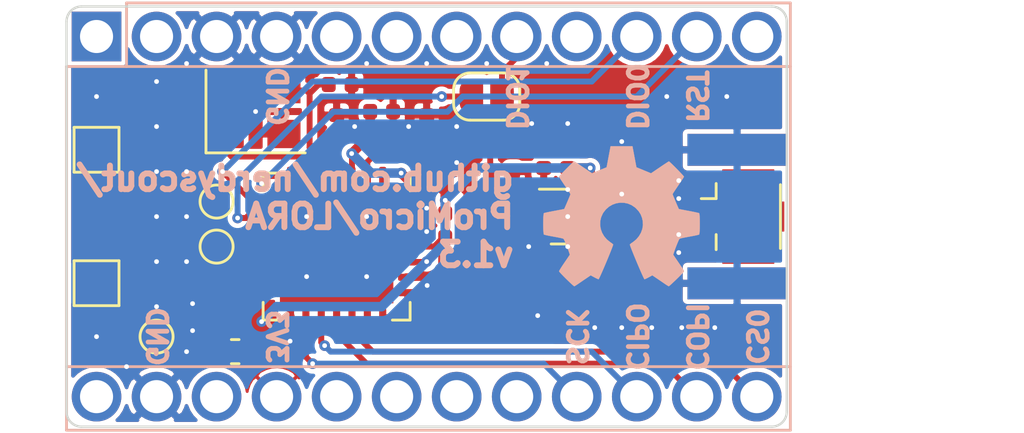
<source format=kicad_pcb>
(kicad_pcb (version 20171130) (host pcbnew 5.1.5)
  (title_block (title LORA) (date 2021-02-26) (rev v1.3) (company nerdyscout))
  (layers (0 F.Cu mixed) (1 In1.Cu signal hide) (2 In2.Cu signal hide) (31 B.Cu mixed) (34 B.Paste user hide) (35 F.Paste user hide) (36 B.SilkS user hide) (37 F.SilkS user hide) (38 B.Mask user hide) (39 F.Mask user hide) (44 Edge.Cuts user))
  (net 0 "")
  (net 1 GND)
  (net 2 "Net-(C1-Pad1)")
  (net 3 RFO_HF)
  (net 4 "Net-(C3-Pad1)")
  (net 5 "Net-(C4-Pad1)")
  (net 6 "Net-(C12-Pad2)")
  (net 7 "Net-(C6-Pad1)")
  (net 8 "Net-(C7-Pad1)")
  (net 9 "Net-(C12-Pad1)")
  (net 10 "Net-(C9-Pad2)")
  (net 11 "Net-(C10-Pad1)")
  (net 12 "Net-(C11-Pad1)")
  (net 13 "Net-(C13-Pad1)")
  (net 14 +3V3)
  (net 15 "Net-(C20-Pad1)")
  (net 16 "Net-(C21-Pad1)")
  (net 17 VR_PA)
  (net 18 RFI-HF)
  (net 19 "Net-(R1-Pad1)")
  (net 20 "Net-(TP2-Pad1)")
  (net 21 "Net-(TP3-Pad1)")
  (net 22 "Net-(TP4-Pad1)")
  (net 23 "Net-(JP1-Pad1)")
  (net 24 CS0)
  (net 25 COPI)
  (net 26 CIPO)
  (net 27 SCK)
  (net 28 DIO1)
  (net 29 DIO0)
  (net 30 RFRST)
  (module Module:Sparkfun_Pro_Micro (layer B.Cu) (at 114.3 91.44 270)
    (fp_text reference A1 hide)
    (fp_text value Sparkfun_Pro_Micro)
    (pad 1 thru_hole rect (at 0 0 270) (size 2.1 2.1) (drill 1.4) (layers *.Cu *.Mask))
    (pad 2 thru_hole circle (at 0 -2.54 270) (size 2.1 2.1) (drill 1.4) (layers *.Cu *.Mask))
    (pad 3 thru_hole circle (at 0 -5.08 270) (size 2.1 2.1) (drill 1.4) (layers *.Cu *.Mask) (net 1 GND))
    (pad 13 thru_hole circle (at 15.24 -27.94 270) (size 2.1 2.1) (drill 1.4) (layers *.Cu *.Mask) (net 24 CS0))
    (pad 4 thru_hole circle (at 0 -7.62 270) (size 2.1 2.1) (drill 1.4) (layers *.Cu *.Mask) (net 1 GND))
    (pad 14 thru_hole circle (at 15.24 -25.4 270) (size 2.1 2.1) (drill 1.4) (layers *.Cu *.Mask) (net 25 COPI))
    (pad 5 thru_hole circle (at 0 -10.16 270) (size 2.1 2.1) (drill 1.4) (layers *.Cu *.Mask))
    (pad 15 thru_hole circle (at 15.24 -22.86 270) (size 2.1 2.1) (drill 1.4) (layers *.Cu *.Mask) (net 26 CIPO))
    (pad 6 thru_hole circle (at 0 -12.7 270) (size 2.1 2.1) (drill 1.4) (layers *.Cu *.Mask))
    (pad 16 thru_hole circle (at 15.24 -20.32 270) (size 2.1 2.1) (drill 1.4) (layers *.Cu *.Mask) (net 27 SCK))
    (pad 7 thru_hole circle (at 0 -15.24 270) (size 2.1 2.1) (drill 1.4) (layers *.Cu *.Mask))
    (pad 17 thru_hole circle (at 15.24 -17.78 270) (size 2.1 2.1) (drill 1.4) (layers *.Cu *.Mask))
    (pad 8 thru_hole circle (at 0 -17.78 270) (size 2.1 2.1) (drill 1.4) (layers *.Cu *.Mask) (net 28 DIO1))
    (pad 18 thru_hole circle (at 15.24 -15.24 270) (size 2.1 2.1) (drill 1.4) (layers *.Cu *.Mask))
    (pad 9 thru_hole circle (at 0 -20.32 270) (size 2.1 2.1) (drill 1.4) (layers *.Cu *.Mask))
    (pad 19 thru_hole circle (at 15.24 -12.7 270) (size 2.1 2.1) (drill 1.4) (layers *.Cu *.Mask))
    (pad 10 thru_hole circle (at 0 -22.86 270) (size 2.1 2.1) (drill 1.4) (layers *.Cu *.Mask) (net 29 DIO0))
    (pad 20 thru_hole circle (at 15.24 -10.16 270) (size 2.1 2.1) (drill 1.4) (layers *.Cu *.Mask))
    (pad 11 thru_hole circle (at 0 -25.4 270) (size 2.1 2.1) (drill 1.4) (layers *.Cu *.Mask) (net 30 RFRST))
    (pad 21 thru_hole circle (at 15.24 -7.62 270) (size 2.1 2.1) (drill 1.4) (layers *.Cu *.Mask) (net 14 +3V3))
    (pad 12 thru_hole circle (at 0 -27.94 270) (size 2.1 2.1) (drill 1.4) (layers *.Cu *.Mask))
    (pad 22 thru_hole circle (at 15.24 -5.08 270) (size 2.1 2.1) (drill 1.4) (layers *.Cu *.Mask))
    (pad 23 thru_hole circle (at 15.24 -2.54 270) (size 2.1 2.1) (drill 1.4) (layers *.Cu *.Mask) (net 1 GND))
    (pad 24 thru_hole circle (at 15.24 0 270) (size 2.1 2.1) (drill 1.4) (layers *.Cu *.Mask))
  )
  (module Symbol:OSHW-Symbol_6.7x6mm_SilkScreen (layer B.Cu) (at 136.525 99.06 180)
    (fp_text reference LOGO1 hide)
    (fp_text value Logo_Open_Hardware_Small hide)
  )
  (module Package_DFN_QFN:QFN-28-1EP_6x6mm_P0.65mm_EP4.8x4.8mm (layer F.Cu) (at 124.46 100.33 270)
    (fp_text reference U1 hide)
    (fp_text value SX1276 hide)
    (pad 29 smd rect (at 0 0 270) (size 4.8 4.8) (layers F.Cu F.Mask) (net 1 GND))
    (pad 28 smd roundrect (at -1.95 -2.9875 270) (size 0.3 0.775) (layers F.Cu F.Paste F.Mask))
    (pad 27 smd roundrect (at -1.3 -2.9875 270) (size 0.3 0.775) (layers F.Cu F.Paste F.Mask))
    (pad 26 smd roundrect (at -0.65 -2.9875 270) (size 0.3 0.775) (layers F.Cu F.Paste F.Mask) (net 1 GND))
    (pad 25 smd roundrect (at 0 -2.9875 270) (size 0.3 0.775) (layers F.Cu F.Paste F.Mask) (net 17 VR_PA))
    (pad 24 smd roundrect (at 0.65 -2.9875 270) (size 0.3 0.775) (layers F.Cu F.Paste F.Mask) (net 14 +3V3))
    (pad 23 smd roundrect (at 1.3 -2.9875 270) (size 0.3 0.775) (layers F.Cu F.Paste F.Mask) (net 1 GND))
    (pad 22 smd roundrect (at 1.95 -2.9875 270) (size 0.3 0.775) (layers F.Cu F.Paste F.Mask) (net 3 RFO_HF))
    (pad 21 smd roundrect (at 2.9875 -1.95 270) (size 0.775 0.3) (layers F.Cu F.Paste F.Mask) (net 18 RFI-HF))
    (pad 20 smd roundrect (at 2.9875 -1.3 270) (size 0.775 0.3) (layers F.Cu F.Paste F.Mask) (net 19 "Net-(R1-Pad1)"))
    (pad 19 smd roundrect (at 2.9875 -0.65 270) (size 0.775 0.3) (layers F.Cu F.Paste F.Mask) (net 24 CS0))
    (pad 18 smd roundrect (at 2.9875 0 270) (size 0.775 0.3) (layers F.Cu F.Paste F.Mask) (net 25 COPI))
    (pad 17 smd roundrect (at 2.9875 0.65 270) (size 0.775 0.3) (layers F.Cu F.Paste F.Mask) (net 26 CIPO))
    (pad 16 smd roundrect (at 2.9875 1.3 270) (size 0.775 0.3) (layers F.Cu F.Paste F.Mask) (net 27 SCK))
    (pad 15 smd roundrect (at 2.9875 1.95 270) (size 0.775 0.3) (layers F.Cu F.Paste F.Mask) (net 1 GND))
    (pad 14 smd roundrect (at 1.95 2.9875 270) (size 0.3 0.775) (layers F.Cu F.Paste F.Mask) (net 14 +3V3))
    (pad 13 smd roundrect (at 1.3 2.9875 270) (size 0.3 0.775) (layers F.Cu F.Paste F.Mask) (net 22 "Net-(TP4-Pad1)"))
    (pad 12 smd roundrect (at 0.65 2.9875 270) (size 0.3 0.775) (layers F.Cu F.Paste F.Mask))
    (pad 11 smd roundrect (at 0 2.9875 270) (size 0.3 0.775) (layers F.Cu F.Paste F.Mask) (net 21 "Net-(TP3-Pad1)"))
    (pad 10 smd roundrect (at -0.65 2.9875 270) (size 0.3 0.775) (layers F.Cu F.Paste F.Mask) (net 20 "Net-(TP2-Pad1)"))
    (pad 9 smd roundrect (at -1.3 2.9875 270) (size 0.3 0.775) (layers F.Cu F.Paste F.Mask) (net 23 "Net-(JP1-Pad1)"))
    (pad 8 smd roundrect (at -1.95 2.9875 270) (size 0.3 0.775) (layers F.Cu F.Paste F.Mask) (net 29 DIO0))
    (pad 7 smd roundrect (at -2.9875 1.95 270) (size 0.775 0.3) (layers F.Cu F.Paste F.Mask) (net 30 RFRST))
    (pad 6 smd roundrect (at -2.9875 1.3 270) (size 0.775 0.3) (layers F.Cu F.Paste F.Mask) (net 2 "Net-(C1-Pad1)"))
    (pad 5 smd roundrect (at -2.9875 0.65 270) (size 0.775 0.3) (layers F.Cu F.Paste F.Mask) (net 5 "Net-(C4-Pad1)"))
    (pad 4 smd roundrect (at -2.9875 0 270) (size 0.775 0.3) (layers F.Cu F.Paste F.Mask) (net 15 "Net-(C20-Pad1)"))
    (pad 3 smd roundrect (at -2.9875 -0.65 270) (size 0.775 0.3) (layers F.Cu F.Paste F.Mask) (net 14 +3V3))
    (pad 2 smd roundrect (at -2.9875 -1.3 270) (size 0.775 0.3) (layers F.Cu F.Paste F.Mask) (net 16 "Net-(C21-Pad1)"))
    (pad 1 smd roundrect (at -2.9875 -1.95 270) (size 0.775 0.3) (layers F.Cu F.Paste F.Mask))
  )
  (module Connector_Coaxial:U.FL_Hirose_U.FL-R-SMT-1_Vertical (layer F.Cu) (at 141.405 99.06)
    (fp_text reference J1 hide)
    (fp_text value SMA hide)
    (pad 2 smd rect (at 0.475 -1.475) (size 2.2 1.05) (layers F.Cu F.Paste F.Mask) (net 1 GND))
    (pad 1 smd rect (at -1.05 0) (size 1.05 1) (layers F.Cu F.Paste F.Mask) (net 12 "Net-(C11-Pad1)"))
    (pad 2 smd rect (at 0.475 1.475) (size 2.2 1.05) (layers F.Cu F.Paste F.Mask) (net 1 GND))
  )
  (module Jumper:SolderJumper-2_P1.3mm_Open_RoundedPad1.0x1.5mm (layer F.Cu) (at 130.81 93.98)
    (fp_text reference JP1 hide)
    (fp_text value SolderJumper_2_Open hide)
    (pad 2 smd custom (at 0.65 0) (size 1 0.5) (layers F.Cu F.Mask) (net 28 DIO1) (options (clearance outline) (anchor rect)) (primitives (gr_circle (center 0 0.25) (end 0.5 0.25) (width 0)) (gr_circle (center 0 -0.25) (end 0.5 -0.25) (width 0)) (gr_poly (pts (xy 0 -0.75) (xy -0.5 -0.75) (xy -0.5 0.75) (xy 0 0.75)) (width 0))))
    (pad 1 smd custom (at -0.65 0) (size 1 0.5) (layers F.Cu F.Mask) (net 23 "Net-(JP1-Pad1)") (options (clearance outline) (anchor rect)) (primitives (gr_circle (center 0 0.25) (end 0.5 0.25) (width 0)) (gr_circle (center 0 -0.25) (end 0.5 -0.25) (width 0)) (gr_poly (pts (xy 0 -0.75) (xy 0.5 -0.75) (xy 0.5 0.75) (xy 0 0.75)) (width 0))))
  )
  (module Capacitor_SMD:C_0402_1005Metric (layer F.Cu) (at 129.54 99.949)
    (fp_text reference C25 hide)
    (fp_text value F hide)
    (pad 2 smd roundrect (at 0.485 0) (size 0.59 0.64) (layers F.Cu F.Paste F.Mask) (net 1 GND))
    (pad 1 smd roundrect (at -0.485 0) (size 0.59 0.64) (layers F.Cu F.Paste F.Mask) (net 17 VR_PA))
  )
  (module Capacitor_SMD:C_0402_1005Metric (layer F.Cu) (at 131.445 103.378)
    (fp_text reference C24 hide)
    (fp_text value DNP hide)
    (pad 2 smd roundrect (at 0.485 0) (size 0.59 0.64) (layers F.Cu F.Paste F.Mask) (net 1 GND))
    (pad 1 smd roundrect (at -0.485 0) (size 0.59 0.64) (layers F.Cu F.Paste F.Mask) (net 18 RFI-HF))
  )
  (module TestPoint:TestPoint_Pad_1.5x1.5mm (layer F.Cu) (at 114.3 101.8794 270)
    (fp_text reference TP6 hide)
    (fp_text value TestPoint hide)
    (pad 1 smd rect (at 0 0 270) (size 1.5 1.5) (layers F.Cu F.Mask) (net 1 GND))
  )
  (module TestPoint:TestPoint_Pad_1.5x1.5mm (layer F.Cu) (at 114.3 96.23298 270)
    (fp_text reference TP5 hide)
    (fp_text value TestPoint hide)
    (pad 1 smd rect (at 0 0 270) (size 1.5 1.5) (layers F.Cu F.Mask) (net 1 GND))
  )
  (module Capacitor_SMD:C_0402_1005Metric (layer F.Cu) (at 134.239 96.52 90)
    (fp_text reference C14 hide)
    (fp_text value 1nF hide)
    (pad 2 smd roundrect (at 0.485 0 90) (size 0.59 0.64) (layers F.Cu F.Paste F.Mask) (net 1 GND))
    (pad 1 smd roundrect (at -0.485 0 90) (size 0.59 0.64) (layers F.Cu F.Paste F.Mask) (net 14 +3V3))
  )
  (module Capacitor_SMD:C_0402_1005Metric (layer F.Cu) (at 136.525 101.75 270)
    (fp_text reference C13 hide)
    (fp_text value 1nF hide)
    (pad 2 smd roundrect (at 0.485 0 270) (size 0.59 0.64) (layers F.Cu F.Paste F.Mask) (net 1 GND))
    (pad 1 smd roundrect (at -0.485 0 270) (size 0.59 0.64) (layers F.Cu F.Paste F.Mask) (net 13 "Net-(C13-Pad1)"))
  )
  (module Capacitor_SMD:C_0402_1005Metric (layer F.Cu) (at 131.445 97.155 180)
    (fp_text reference C12 hide)
    (fp_text value 1.2pF hide)
    (pad 2 smd roundrect (at 0.485 0 180) (size 0.59 0.64) (layers F.Cu F.Paste F.Mask) (net 6 "Net-(C12-Pad2)"))
    (pad 1 smd roundrect (at -0.485 0 180) (size 0.59 0.64) (layers F.Cu F.Paste F.Mask) (net 9 "Net-(C12-Pad1)"))
  )
  (module Capacitor_SMD:C_0402_1005Metric (layer F.Cu) (at 137.795 97.155 90)
    (fp_text reference C11 hide)
    (fp_text value DNP hide)
    (pad 2 smd roundrect (at 0.485 0 90) (size 0.59 0.64) (layers F.Cu F.Paste F.Mask) (net 1 GND))
    (pad 1 smd roundrect (at -0.485 0 90) (size 0.59 0.64) (layers F.Cu F.Paste F.Mask) (net 12 "Net-(C11-Pad1)"))
  )
  (module Capacitor_SMD:C_0402_1005Metric (layer F.Cu) (at 137.795 101.75 270)
    (fp_text reference C10 hide)
    (fp_text value DNP hide)
    (pad 2 smd roundrect (at 0.485 0 270) (size 0.59 0.64) (layers F.Cu F.Paste F.Mask) (net 1 GND))
    (pad 1 smd roundrect (at -0.485 0 270) (size 0.59 0.64) (layers F.Cu F.Paste F.Mask) (net 11 "Net-(C10-Pad1)"))
  )
  (module Capacitor_SMD:C_0402_1005Metric (layer F.Cu) (at 136.525 99.545 90)
    (fp_text reference C9 hide)
    (fp_text value 47p hide)
    (pad 2 smd roundrect (at 0.485 0 90) (size 0.59 0.64) (layers F.Cu F.Paste F.Mask) (net 10 "Net-(C9-Pad2)"))
    (pad 1 smd roundrect (at -0.485 0 90) (size 0.59 0.64) (layers F.Cu F.Paste F.Mask) (net 11 "Net-(C10-Pad1)"))
  )
  (module Capacitor_SMD:C_0402_1005Metric (layer F.Cu) (at 133.223 96.52 90)
    (fp_text reference C8 hide)
    (fp_text value 1.8pF hide)
    (pad 2 smd roundrect (at 0.485 0 90) (size 0.59 0.64) (layers F.Cu F.Paste F.Mask) (net 1 GND))
    (pad 1 smd roundrect (at -0.485 0 90) (size 0.59 0.64) (layers F.Cu F.Paste F.Mask) (net 9 "Net-(C12-Pad1)"))
  )
  (module Capacitor_SMD:C_0402_1005Metric (layer F.Cu) (at 133.223 101.75 270)
    (fp_text reference C7 hide)
    (fp_text value 47pF hide)
    (pad 2 smd roundrect (at 0.485 0 270) (size 0.59 0.64) (layers F.Cu F.Paste F.Mask) (net 7 "Net-(C6-Pad1)"))
    (pad 1 smd roundrect (at -0.485 0 270) (size 0.59 0.64) (layers F.Cu F.Paste F.Mask) (net 8 "Net-(C7-Pad1)"))
  )
  (module Capacitor_SMD:C_0402_1005Metric (layer F.Cu) (at 134.239 101.75 90)
    (fp_text reference C6 hide)
    (fp_text value 3.3pF hide)
    (pad 1 smd roundrect (at -0.485 0 90) (size 0.59 0.64) (layers F.Cu F.Paste F.Mask) (net 7 "Net-(C6-Pad1)"))
    (pad 2 smd roundrect (at 0.485 0 90) (size 0.59 0.64) (layers F.Cu F.Paste F.Mask) (net 1 GND))
  )
  (module Capacitor_SMD:C_0402_1005Metric (layer F.Cu) (at 131.445 95.885)
    (fp_text reference C5 hide)
    (fp_text value 4.7pF hide)
    (pad 2 smd roundrect (at 0.485 0) (size 0.59 0.64) (layers F.Cu F.Paste F.Mask) (net 1 GND))
    (pad 1 smd roundrect (at -0.485 0) (size 0.59 0.64) (layers F.Cu F.Paste F.Mask) (net 6 "Net-(C12-Pad2)"))
  )
  (module Capacitor_SMD:C_0402_1005Metric (layer F.Cu) (at 131.445 100.965 180)
    (fp_text reference C3 hide)
    (fp_text value 33pF hide)
    (pad 2 smd roundrect (at 0.485 0 180) (size 0.59 0.64) (layers F.Cu F.Paste F.Mask) (net 3 RFO_HF))
    (pad 1 smd roundrect (at -0.485 0 180) (size 0.59 0.64) (layers F.Cu F.Paste F.Mask) (net 4 "Net-(C3-Pad1)"))
  )
  (module Capacitor_SMD:C_0402_1005Metric (layer F.Cu) (at 129.54 102.235)
    (fp_text reference C2 hide)
    (fp_text value 1.5pF hide)
    (pad 2 smd roundrect (at 0.485 0) (size 0.59 0.64) (layers F.Cu F.Paste F.Mask) (net 3 RFO_HF))
    (pad 1 smd roundrect (at -0.485 0) (size 0.59 0.64) (layers F.Cu F.Paste F.Mask) (net 1 GND))
  )
  (module Package_TO_SOT_SMD:SOT-363_SC-70-6 (layer F.Cu) (at 134.239 99.06)
    (fp_text reference U2 hide)
    (fp_text value AS179-92LF hide)
    (pad 6 smd rect (at 0.95 -0.65) (size 0.65 0.4) (layers F.Cu F.Paste F.Mask) (net 14 +3V3))
    (pad 4 smd rect (at 0.95 0.65) (size 0.65 0.4) (layers F.Cu F.Paste F.Mask) (net 13 "Net-(C13-Pad1)"))
    (pad 2 smd rect (at -0.95 0) (size 0.65 0.4) (layers F.Cu F.Paste F.Mask) (net 1 GND))
    (pad 5 smd rect (at 0.95 0) (size 0.65 0.4) (layers F.Cu F.Paste F.Mask) (net 10 "Net-(C9-Pad2)"))
    (pad 3 smd rect (at -0.95 0.65) (size 0.65 0.4) (layers F.Cu F.Paste F.Mask) (net 8 "Net-(C7-Pad1)"))
    (pad 1 smd rect (at -0.95 -0.65) (size 0.65 0.4) (layers F.Cu F.Paste F.Mask) (net 9 "Net-(C12-Pad1)"))
  )
  (module Resistor_SMD:R_0402_1005Metric (layer F.Cu) (at 135.255 101.75 90)
    (fp_text reference R1 hide)
    (fp_text value 1k hide)
    (pad 2 smd roundrect (at 0.485 0 90) (size 0.59 0.64) (layers F.Cu F.Paste F.Mask) (net 13 "Net-(C13-Pad1)"))
    (pad 1 smd roundrect (at -0.485 0 90) (size 0.59 0.64) (layers F.Cu F.Paste F.Mask) (net 19 "Net-(R1-Pad1)"))
  )
  (module Inductor_SMD:L_0402_1005Metric (layer F.Cu) (at 137.795 99.545 90)
    (fp_text reference L5 hide)
    (fp_text value 0R hide)
    (pad 2 smd roundrect (at 0.485 0 90) (size 0.59 0.64) (layers F.Cu F.Paste F.Mask) (net 12 "Net-(C11-Pad1)"))
    (pad 1 smd roundrect (at -0.485 0 90) (size 0.59 0.64) (layers F.Cu F.Paste F.Mask) (net 11 "Net-(C10-Pad1)"))
  )
  (module Inductor_SMD:L_0402_1005Metric (layer F.Cu) (at 131.445 98.425)
    (fp_text reference L4 hide)
    (fp_text value 6.2nH hide)
    (pad 2 smd roundrect (at 0.485 0) (size 0.59 0.64) (layers F.Cu F.Paste F.Mask) (net 9 "Net-(C12-Pad1)"))
    (pad 1 smd roundrect (at -0.485 0) (size 0.59 0.64) (layers F.Cu F.Paste F.Mask) (net 6 "Net-(C12-Pad2)"))
  )
  (module Inductor_SMD:L_0402_1005Metric (layer F.Cu) (at 131.445 102.235)
    (fp_text reference L3 hide)
    (fp_text value 10nH hide)
    (pad 2 smd roundrect (at 0.485 0) (size 0.59 0.64) (layers F.Cu F.Paste F.Mask) (net 7 "Net-(C6-Pad1)"))
    (pad 1 smd roundrect (at -0.485 0) (size 0.59 0.64) (layers F.Cu F.Paste F.Mask) (net 18 RFI-HF))
  )
  (module Inductor_SMD:L_0402_1005Metric (layer F.Cu) (at 131.445 99.695 180)
    (fp_text reference L2 hide)
    (fp_text value 10nH hide)
    (pad 2 smd roundrect (at 0.485 0 180) (size 0.59 0.64) (layers F.Cu F.Paste F.Mask) (net 6 "Net-(C12-Pad2)"))
    (pad 1 smd roundrect (at -0.485 0 180) (size 0.59 0.64) (layers F.Cu F.Paste F.Mask) (net 4 "Net-(C3-Pad1)"))
  )
  (module Inductor_SMD:L_0402_1005Metric (layer F.Cu) (at 129.54 100.965 180)
    (fp_text reference L1 hide)
    (fp_text value 33nH hide)
    (pad 2 smd roundrect (at 0.485 0 180) (size 0.59 0.64) (layers F.Cu F.Paste F.Mask) (net 17 VR_PA))
    (pad 1 smd roundrect (at -0.485 0 180) (size 0.59 0.64) (layers F.Cu F.Paste F.Mask) (net 3 RFO_HF))
  )
  (module Connector_Coaxial:SMA_Samtec_SMA-J-P-H-ST-EM1_EdgeMount (layer F.Cu) (at 141.405 99.06)
    (fp_text reference J2 hide)
    (fp_text value COAX hide)
    (pad 1 smd rect (at 0.2 0 90) (size 1.27 3.6) (layers F.Cu F.Paste F.Mask) (net 12 "Net-(C11-Pad1)"))
    (pad 2 smd rect (at 0 -2.825 90) (size 1.35 4.2) (layers F.Cu F.Paste F.Mask) (net 1 GND))
    (pad 2 smd rect (at 0 2.825 90) (size 1.35 4.2) (layers F.Cu F.Paste F.Mask) (net 1 GND))
    (pad 2 smd rect (at 0 -2.825 90) (size 1.35 4.2) (layers B.Cu B.Paste B.Mask) (net 1 GND))
    (pad 2 smd rect (at 0 2.825 90) (size 1.35 4.2) (layers B.Cu B.Paste B.Mask) (net 1 GND))
  )
  (module TestPoint:TestPoint_Pad_D1.0mm (layer F.Cu) (at 116.84 104.14 270)
    (fp_text reference TP4 hide)
    (fp_text value DIO5)
    (pad 1 smd circle (at 0 0 270) (size 1 1) (layers F.Cu F.Mask) (net 22 "Net-(TP4-Pad1)"))
  )
  (module TestPoint:TestPoint_Pad_D1.0mm (layer F.Cu) (at 119.38 100.33 270)
    (fp_text reference TP3 hide)
    (fp_text value DIO3)
    (pad 1 smd circle (at 0 0 270) (size 1 1) (layers F.Cu F.Mask) (net 21 "Net-(TP3-Pad1)"))
  )
  (module TestPoint:TestPoint_Pad_D1.0mm (layer F.Cu) (at 119.38 98.425 270)
    (fp_text reference TP2 hide)
    (fp_text value DIO2)
    (pad 1 smd circle (at 0 0 270) (size 1 1) (layers F.Cu F.Mask) (net 20 "Net-(TP2-Pad1)"))
  )
  (module Capacitor_SMD:C_0603_1608Metric (layer F.Cu) (at 120.1675 104.775 180)
    (fp_text reference C23 hide)
    (fp_text value 10µ hide)
    (pad 2 smd roundrect (at 0.7875 0 180) (size 0.875 0.95) (layers F.Cu F.Paste F.Mask) (net 1 GND))
    (pad 1 smd roundrect (at -0.7875 0 180) (size 0.875 0.95) (layers F.Cu F.Paste F.Mask) (net 14 +3V3))
  )
  (module Crystal:Crystal_SMD_SeikoEpson_FA238V-4Pin_3.2x2.5mm (layer F.Cu) (at 121.031 94.615)
    (fp_text reference Y1 hide)
    (fp_text value 32Mhz hide)
    (pad 4 smd rect (at -1.2 -0.95) (size 1.4 1.2) (layers F.Cu F.Paste F.Mask) (net 1 GND))
    (pad 3 smd rect (at 1.2 -0.95) (size 1.4 1.2) (layers F.Cu F.Paste F.Mask) (net 5 "Net-(C4-Pad1)"))
    (pad 2 smd rect (at 1.2 0.95) (size 1.4 1.2) (layers F.Cu F.Paste F.Mask) (net 1 GND))
    (pad 1 smd rect (at -1.2 0.95) (size 1.4 1.2) (layers F.Cu F.Paste F.Mask) (net 2 "Net-(C1-Pad1)"))
  )
  (module Capacitor_SMD:C_0402_1005Metric (layer F.Cu) (at 119.865 103.505 180)
    (fp_text reference C22 hide)
    (fp_text value 1µ hide)
    (pad 1 smd roundrect (at -0.485 0 180) (size 0.59 0.64) (layers F.Cu F.Paste F.Mask) (net 14 +3V3))
    (pad 2 smd roundrect (at 0.485 0 180) (size 0.59 0.64) (layers F.Cu F.Paste F.Mask) (net 1 GND))
  )
  (module Capacitor_SMD:C_0402_1005Metric (layer F.Cu) (at 128.27 95.25 90)
    (fp_text reference C21 hide)
    (fp_text value 100n hide)
    (pad 2 smd roundrect (at 0.485 0 90) (size 0.59 0.64) (layers F.Cu F.Paste F.Mask) (net 1 GND))
    (pad 1 smd roundrect (at -0.485 0 90) (size 0.59 0.64) (layers F.Cu F.Paste F.Mask) (net 16 "Net-(C21-Pad1)"))
  )
  (module Capacitor_SMD:C_0402_1005Metric (layer F.Cu) (at 124.46 95.25 90)
    (fp_text reference C20 hide)
    (fp_text value 100n hide)
    (pad 2 smd roundrect (at 0.485 0 90) (size 0.59 0.64) (layers F.Cu F.Paste F.Mask) (net 1 GND))
    (pad 1 smd roundrect (at -0.485 0 90) (size 0.59 0.64) (layers F.Cu F.Paste F.Mask) (net 15 "Net-(C20-Pad1)"))
  )
  (module Capacitor_SMD:C_0402_1005Metric (layer F.Cu) (at 126.365 95.885 180)
    (fp_text reference C19 hide)
    (fp_text value 100n hide)
    (pad 2 smd roundrect (at 0.485 0 180) (size 0.59 0.64) (layers F.Cu F.Paste F.Mask) (net 14 +3V3))
    (pad 1 smd roundrect (at -0.485 0 180) (size 0.59 0.64) (layers F.Cu F.Paste F.Mask) (net 1 GND))
  )
  (module Capacitor_SMD:C_0402_1005Metric (layer F.Cu) (at 126.365 94.615)
    (fp_text reference C18 hide)
    (fp_text value 47p hide)
    (pad 2 smd roundrect (at 0.485 0) (size 0.59 0.64) (layers F.Cu F.Paste F.Mask) (net 1 GND))
    (pad 1 smd roundrect (at -0.485 0) (size 0.59 0.64) (layers F.Cu F.Paste F.Mask) (net 14 +3V3))
  )
  (module Capacitor_SMD:C_0402_1005Metric (layer F.Cu) (at 119.865 102.235)
    (fp_text reference C17 hide)
    (fp_text value 100n hide)
    (pad 2 smd roundrect (at 0.485 0) (size 0.59 0.64) (layers F.Cu F.Paste F.Mask) (net 14 +3V3))
    (pad 1 smd roundrect (at -0.485 0) (size 0.59 0.64) (layers F.Cu F.Paste F.Mask) (net 1 GND))
  )
  (module Capacitor_SMD:C_0402_1005Metric (layer F.Cu) (at 129.54 97.79 180)
    (fp_text reference C16 hide)
    (fp_text value 100n hide)
    (pad 2 smd roundrect (at 0.485 0 180) (size 0.59 0.64) (layers F.Cu F.Paste F.Mask) (net 14 +3V3))
    (pad 1 smd roundrect (at -0.485 0 180) (size 0.59 0.64) (layers F.Cu F.Paste F.Mask) (net 1 GND))
  )
  (module Capacitor_SMD:C_0402_1005Metric (layer F.Cu) (at 129.54 98.933)
    (fp_text reference C15 hide)
    (fp_text value 47p hide)
    (pad 2 smd roundrect (at 0.485 0) (size 0.59 0.64) (layers F.Cu F.Paste F.Mask) (net 1 GND))
    (pad 1 smd roundrect (at -0.485 0) (size 0.59 0.64) (layers F.Cu F.Paste F.Mask) (net 14 +3V3))
  )
  (module Capacitor_SMD:C_0402_1005Metric (layer F.Cu) (at 124.61 93.472)
    (fp_text reference C4 hide)
    (fp_text value 15p hide)
    (pad 2 smd roundrect (at 0.485 0) (size 0.59 0.64) (layers F.Cu F.Paste F.Mask) (net 1 GND))
    (pad 1 smd roundrect (at -0.485 0) (size 0.59 0.64) (layers F.Cu F.Paste F.Mask) (net 5 "Net-(C4-Pad1)"))
  )
  (module Capacitor_SMD:C_0402_1005Metric (layer F.Cu) (at 118.11 93.98 90)
    (fp_text reference C1 hide)
    (fp_text value 15p hide)
    (pad 2 smd roundrect (at 0.485 0 90) (size 0.59 0.64) (layers F.Cu F.Paste F.Mask) (net 1 GND))
    (pad 1 smd roundrect (at -0.485 0 90) (size 0.59 0.64) (layers F.Cu F.Paste F.Mask) (net 2 "Net-(C1-Pad1)"))
  )
  (gr_text GND (at 121.92 93.98 270) (layer B.SilkS) (effects (font (size 0.8 0.8) (thickness 0.2)) (justify mirror)))
  (gr_text DIO1 (at 132.08 93.98 270) (layer B.SilkS) (effects (font (size 0.8 0.8) (thickness 0.2)) (justify mirror)))
  (gr_text DIO0 (at 137.16 93.98 270) (layer B.SilkS) (effects (font (size 0.8 0.8) (thickness 0.2)) (justify mirror)))
  (gr_text RST (at 139.7 93.98 270) (layer B.SilkS) (effects (font (size 0.8 0.8) (thickness 0.2)) (justify mirror)))
  (gr_text CS0 (at 142.24 104.14 270) (layer B.SilkS) (effects (font (size 0.8 0.8) (thickness 0.2)) (justify mirror)))
  (gr_text COPI (at 139.7 104.14 270) (layer B.SilkS) (effects (font (size 0.8 0.8) (thickness 0.2)) (justify mirror)))
  (gr_text CIPO (at 137.16 104.14 270) (layer B.SilkS) (effects (font (size 0.8 0.8) (thickness 0.2)) (justify mirror)))
  (gr_text SCK (at 134.62 104.14 270) (layer B.SilkS) (effects (font (size 0.8 0.8) (thickness 0.2)) (justify mirror)))
  (gr_text 3V3 (at 121.92 104.14 270) (layer B.SilkS) (effects (font (size 0.8 0.8) (thickness 0.2)) (justify mirror)))
  (gr_text GND (at 116.84 104.14 270) (layer B.SilkS) (effects (font (size 0.8 0.8) (thickness 0.2)) (justify mirror)))
  (gr_line (start 142.875 90.17) (end 113.665 90.17) (layer Edge.Cuts) (width 0.1))
  (gr_line (start 142.875 107.95) (end 113.665 107.95) (layer Edge.Cuts) (width 0.1))
  (gr_arc (start 142.875 90.805) (end 143.51 90.805) (angle -90) (layer Edge.Cuts) (width 0.1))
  (gr_arc (start 142.875 107.315) (end 142.875 107.95) (angle -90) (layer Edge.Cuts) (width 0.1))
  (gr_line (start 143.51 90.805) (end 143.51 107.315) (layer Edge.Cuts) (width 0.1))
  (gr_arc (start 113.665 107.315) (end 113.03 107.315) (angle -90) (layer Edge.Cuts) (width 0.1))
  (gr_arc (start 113.665 90.805) (end 113.665 90.17) (angle -90) (layer Edge.Cuts) (width 0.1))
  (gr_text "github.com/nerdyscout/\nProMicro/LORA\nv1.3" (at 132.08 99.06) (layer B.SilkS) (effects (font (size 1 1) (thickness 0.25)) (justify left mirror)))
  (gr_line (start 113.03 107.315) (end 113.03 90.805) (layer Edge.Cuts) (width 0.1))
  (via (at 118.11 104.775) (size 0.45) (drill 0.2) (layers F.Cu B.Cu) (net 1))
  (via (at 116.84 93.345) (size 0.45) (drill 0.2) (layers F.Cu B.Cu) (net 1))
  (via (at 115.57 105.41) (size 0.45) (drill 0.2) (layers F.Cu B.Cu) (net 1))
  (via (at 114.3 104.14) (size 0.45) (drill 0.2) (layers F.Cu B.Cu) (net 1))
  (via (at 116.84 102.87) (size 0.45) (drill 0.2) (layers F.Cu B.Cu) (net 1))
  (via (at 116.84 100.965) (size 0.45) (drill 0.2) (layers F.Cu B.Cu) (net 1))
  (via (at 116.84 99.06) (size 0.45) (drill 0.2) (layers F.Cu B.Cu) (net 1))
  (via (at 116.84 97.155) (size 0.45) (drill 0.2) (layers F.Cu B.Cu) (net 1))
  (via (at 114.3 93.98) (size 0.45) (drill 0.2) (layers F.Cu B.Cu) (net 1))
  (via (at 134.239 99.06) (size 0.45) (drill 0.2) (layers F.Cu B.Cu) (net 1))
  (via (at 132.588 100.33) (size 0.45) (drill 0.2) (layers F.Cu B.Cu) (net 1))
  (via (at 134.239 100.33) (size 0.45) (drill 0.2) (layers F.Cu B.Cu) (net 1))
  (via (at 135.382 103.759) (size 0.45) (drill 0.2) (layers F.Cu B.Cu) (net 1))
  (via (at 136.525 103.759) (size 0.45) (drill 0.2) (layers F.Cu B.Cu) (net 1))
  (via (at 137.795 103.759) (size 0.45) (drill 0.2) (layers F.Cu B.Cu) (net 1))
  (via (at 122.4915 104.3305) (size 0.45) (drill 0.2) (layers F.Cu B.Cu) (net 1))
  (via (at 128.27 99.695) (size 0.45) (drill 0.2) (layers F.Cu B.Cu) (net 1))
  (via (at 128.290616 101.976216) (size 0.45) (drill 0.2) (layers F.Cu B.Cu) (net 1))
  (via (at 127.508 95.25) (size 0.45) (drill 0.2) (layers F.Cu B.Cu) (net 1))
  (via (at 134.239 97.917) (size 0.45) (drill 0.2) (layers F.Cu B.Cu) (net 1))
  (via (at 138.938 98.298) (size 0.45) (drill 0.2) (layers F.Cu B.Cu) (net 1))
  (via (at 138.938 99.822) (size 0.45) (drill 0.2) (layers F.Cu B.Cu) (net 1))
  (via (at 139.065 103.759) (size 0.45) (drill 0.2) (layers F.Cu B.Cu) (net 1))
  (via (at 140.462 103.759) (size 0.45) (drill 0.2) (layers F.Cu B.Cu) (net 1))
  (via (at 118.11 92.583) (size 0.45) (drill 0.2) (layers F.Cu B.Cu) (net 1))
  (via (at 140.97 93.98) (size 0.45) (drill 0.2) (layers F.Cu B.Cu) (net 1))
  (via (at 128.27 92.583) (size 0.45) (drill 0.2) (layers F.Cu B.Cu) (net 1))
  (via (at 130.81 92.583) (size 0.45) (drill 0.2) (layers F.Cu B.Cu) (net 1))
  (via (at 136.525 95.885) (size 0.45) (drill 0.2) (layers F.Cu B.Cu) (net 1))
  (via (at 138.43 93.98) (size 0.45) (drill 0.2) (layers F.Cu B.Cu) (net 1))
  (via (at 129.54 95.25) (size 0.45) (drill 0.2) (layers F.Cu B.Cu) (net 1))
  (via (at 136.525 98.1075) (size 0.45) (drill 0.2) (layers F.Cu B.Cu) (net 1))
  (via (at 128.27 98.7044) (size 0.45) (drill 0.2) (layers F.Cu B.Cu) (net 1))
  (via (at 118.11 97.155) (size 0.45) (drill 0.2) (layers F.Cu B.Cu) (net 1))
  (via (at 118.11 99.06) (size 0.45) (drill 0.2) (layers F.Cu B.Cu) (net 1))
  (via (at 118.11 100.965) (size 0.45) (drill 0.2) (layers F.Cu B.Cu) (net 1))
  (via (at 125.73 99.06) (size 0.45) (drill 0.2) (layers F.Cu B.Cu) (net 1))
  (via (at 123.19 99.06) (size 0.45) (drill 0.2) (layers F.Cu B.Cu) (net 1))
  (via (at 123.19 101.6) (size 0.45) (drill 0.2) (layers F.Cu B.Cu) (net 1))
  (via (at 125.73 101.6) (size 0.45) (drill 0.2) (layers F.Cu B.Cu) (net 1))
  (via (at 125.73 92.583) (size 0.45) (drill 0.2) (layers F.Cu B.Cu) (net 1))
  (via (at 116.84 95.25) (size 0.45) (drill 0.2) (layers F.Cu B.Cu) (net 1))
  (via (at 132.969 103.251) (size 0.45) (drill 0.2) (layers F.Cu B.Cu) (net 1))
  (segment (start 130.025 99.949) (end 130.025 98.956) (width 0.4) (layer F.Cu) (net 1))
  (segment (start 130.025 98.933) (end 130.025 97.813) (width 0.4) (layer F.Cu) (net 1))
  (segment (start 130.025 97.813) (end 130.048 97.79) (width 0.4) (layer F.Cu) (net 1))
  (via (at 118.364 103.886) (size 0.45) (drill 0.2) (layers F.Cu B.Cu) (net 1))
  (via (at 118.364 102.743) (size 0.45) (drill 0.2) (layers F.Cu B.Cu) (net 1))
  (via (at 132.715 95.123) (size 0.45) (drill 0.2) (layers F.Cu B.Cu) (net 1))
  (via (at 134.239 95.123) (size 0.45) (drill 0.2) (layers F.Cu B.Cu) (net 1))
  (via (at 121.031 94.615) (size 0.45) (drill 0.2) (layers F.Cu B.Cu) (net 1))
  (via (at 129.54 96.774) (size 0.45) (drill 0.2) (layers F.Cu B.Cu) (net 1))
  (via (at 133.35 92.583) (size 0.45) (drill 0.2) (layers F.Cu B.Cu) (net 1))
  (via (at 125.222 95.25) (size 0.45) (drill 0.2) (layers F.Cu B.Cu) (net 1))
  (via (at 138.938 97.536) (size 0.45) (drill 0.2) (layers F.Cu B.Cu) (net 1))
  (via (at 138.938 100.584) (size 0.45) (drill 0.2) (layers F.Cu B.Cu) (net 1))
  (segment (start 118.11 94.9325) (end 118.11 94.465) (width 0.25) (layer F.Cu) (net 2))
  (segment (start 118.7425 95.565) (end 118.11 94.9325) (width 0.25) (layer F.Cu) (net 2))
  (segment (start 119.831 95.565) (end 118.7425 95.565) (width 0.25) (layer F.Cu) (net 2))
  (segment (start 119.831 96.336) (end 119.831 95.565) (width 0.25) (layer F.Cu) (net 2))
  (segment (start 122.936 96.52) (end 120.015 96.52) (width 0.25) (layer F.Cu) (net 2))
  (segment (start 120.015 96.52) (end 119.831 96.336) (width 0.25) (layer F.Cu) (net 2))
  (segment (start 123.16 96.744) (end 122.936 96.52) (width 0.25) (layer F.Cu) (net 2))
  (segment (start 123.16 97.3425) (end 123.16 96.744) (width 0.25) (layer F.Cu) (net 2))
  (segment (start 130.025 102.7025) (end 129.7305 102.997) (width 0.25) (layer F.Cu) (net 3))
  (segment (start 129.7305 102.997) (end 127.762 102.997) (width 0.25) (layer F.Cu) (net 3))
  (segment (start 130.025 102.235) (end 130.025 102.7025) (width 0.25) (layer F.Cu) (net 3))
  (segment (start 127.4475 102.6825) (end 127.4475 102.28) (width 0.25) (layer F.Cu) (net 3))
  (segment (start 127.762 102.997) (end 127.4475 102.6825) (width 0.25) (layer F.Cu) (net 3))
  (segment (start 130.025 100.965) (end 130.025 101.45) (width 0.25) (layer F.Cu) (net 3))
  (segment (start 130.025 102.235) (end 130.025 101.45) (width 0.25) (layer F.Cu) (net 3))
  (segment (start 130.025 100.965) (end 130.81 100.965) (width 0.25) (layer F.Cu) (net 3))
  (segment (start 131.93 100.965) (end 131.93 100.48) (width 0.25) (layer F.Cu) (net 4))
  (segment (start 131.93 99.695) (end 131.93 100.48) (width 0.25) (layer F.Cu) (net 4))
  (segment (start 122.231 93.726) (end 123.19 93.726) (width 0.25) (layer F.Cu) (net 5))
  (segment (start 123.317 93.853) (end 123.19 93.726) (width 0.25) (layer F.Cu) (net 5))
  (segment (start 123.317 96.139) (end 123.317 93.853) (width 0.25) (layer F.Cu) (net 5))
  (segment (start 123.81 96.632) (end 123.317 96.139) (width 0.25) (layer F.Cu) (net 5))
  (segment (start 123.81 97.3425) (end 123.81 96.632) (width 0.25) (layer F.Cu) (net 5))
  (segment (start 123.698 93.472) (end 123.317 93.853) (width 0.25) (layer F.Cu) (net 5))
  (segment (start 124.125 93.472) (end 123.698 93.472) (width 0.25) (layer F.Cu) (net 5))
  (segment (start 124.125 93.599) (end 124.125 93.472) (width 0.25) (layer F.Cu) (net 5))
  (segment (start 130.96 99.695) (end 130.96 99.21) (width 0.25) (layer F.Cu) (net 6))
  (segment (start 130.96 98.425) (end 130.96 99.21) (width 0.25) (layer F.Cu) (net 6))
  (segment (start 130.96 98.425) (end 130.96 97.94) (width 0.25) (layer F.Cu) (net 6))
  (segment (start 130.96 97.155) (end 130.96 97.94) (width 0.25) (layer F.Cu) (net 6))
  (segment (start 130.96 95.885) (end 130.96 96.37) (width 0.25) (layer F.Cu) (net 6))
  (segment (start 130.96 97.155) (end 130.96 96.37) (width 0.25) (layer F.Cu) (net 6))
  (segment (start 133.223 102.235) (end 132.588 102.235) (width 0.25) (layer F.Cu) (net 7))
  (segment (start 131.93 102.235) (end 132.588 102.235) (width 0.25) (layer F.Cu) (net 7))
  (segment (start 134.239 102.235) (end 133.223 102.235) (width 0.25) (layer F.Cu) (net 7))
  (segment (start 133.289 99.71) (end 133.289 100.264) (width 0.25) (layer F.Cu) (net 8))
  (segment (start 133.223 100.33) (end 133.289 100.264) (width 0.25) (layer F.Cu) (net 8))
  (segment (start 133.223 101.265) (end 133.223 100.33) (width 0.25) (layer F.Cu) (net 8))
  (segment (start 135.189 99.06) (end 136.525 99.06) (width 0.4) (layer F.Cu) (net 10))
  (segment (start 136.525 100.03) (end 137.114 100.03) (width 0.4) (layer F.Cu) (net 11))
  (segment (start 137.795 100.03) (end 137.114 100.03) (width 0.4) (layer F.Cu) (net 11))
  (segment (start 137.795 101.265) (end 137.795 100.711) (width 0.25) (layer F.Cu) (net 11))
  (segment (start 137.795 100.03) (end 137.795 100.711) (width 0.25) (layer F.Cu) (net 11))
  (segment (start 137.795 99.06) (end 139.065 99.06) (width 0.4) (layer F.Cu) (net 12))
  (segment (start 141.605 99.06) (end 139.065 99.06) (width 0.4) (layer F.Cu) (net 12))
  (segment (start 137.795 97.64) (end 137.795 98.425) (width 0.25) (layer F.Cu) (net 12))
  (segment (start 137.795 99.06) (end 137.795 98.425) (width 0.25) (layer F.Cu) (net 12))
  (segment (start 135.971 101.265) (end 136.525 101.265) (width 0.25) (layer F.Cu) (net 13))
  (segment (start 135.255 101.265) (end 135.971 101.265) (width 0.25) (layer F.Cu) (net 13))
  (segment (start 135.255 101.265) (end 135.255 100.457) (width 0.25) (layer F.Cu) (net 13))
  (segment (start 135.189 100.391) (end 135.255 100.457) (width 0.25) (layer F.Cu) (net 13))
  (segment (start 135.189 99.71) (end 135.189 100.391) (width 0.25) (layer F.Cu) (net 13))
  (segment (start 120.35 102.235) (end 120.777 102.235) (width 0.2) (layer F.Cu) (net 14))
  (segment (start 120.777 102.235) (end 120.822 102.28) (width 0.2) (layer F.Cu) (net 14))
  (segment (start 121.4725 102.28) (end 120.822 102.28) (width 0.2) (layer F.Cu) (net 14))
  (via (at 128.27 100.965) (size 0.45) (drill 0.2) (layers F.Cu B.Cu) (net 14))
  (segment (start 128.255 100.98) (end 128.27 100.965) (width 0.25) (layer F.Cu) (net 14))
  (segment (start 127.4475 100.98) (end 128.255 100.98) (width 0.25) (layer F.Cu) (net 14))
  (via (at 121.285 103.505) (size 0.45) (drill 0.2) (layers F.Cu B.Cu) (net 14))
  (via (at 135.1915 97.0026) (size 0.45) (drill 0.2) (layers F.Cu B.Cu) (net 14))
  (segment (start 135.189 97.0051) (end 135.1915 97.0026) (width 0.4) (layer F.Cu) (net 14))
  (segment (start 135.189 98.41) (end 135.189 97.0051) (width 0.4) (layer F.Cu) (net 14))
  (segment (start 135.1891 97.005) (end 135.1915 97.0026) (width 0.4) (layer F.Cu) (net 14))
  (segment (start 134.239 97.005) (end 135.1891 97.005) (width 0.4) (layer F.Cu) (net 14))
  (segment (start 125.88 95.885) (end 125.88 95.5524) (width 0.4) (layer F.Cu) (net 14))
  (segment (start 125.88 94.615) (end 125.88 95.2984) (width 0.4) (layer F.Cu) (net 14))
  (segment (start 125.88 95.2984) (end 125.88 95.5524) (width 0.4) (layer F.Cu) (net 14))
  (via (at 125.095 96.393) (size 0.45) (drill 0.2) (layers F.Cu B.Cu) (net 14))
  (segment (start 125.11 97.3425) (end 125.11 96.408) (width 0.25) (layer F.Cu) (net 14))
  (segment (start 125.11 96.408) (end 125.095 96.393) (width 0.4) (layer F.Cu) (net 14))
  (segment (start 127.1905 97.2185) (end 125.9205 97.2185) (width 0.4) (layer B.Cu) (net 14))
  (segment (start 125.9205 97.2185) (end 125.095 96.393) (width 0.4) (layer B.Cu) (net 14))
  (segment (start 127.762 97.79) (end 127.1905 97.2185) (width 0.4) (layer F.Cu) (net 14))
  (via (at 127.1905 97.2185) (size 0.45) (drill 0.2) (layers F.Cu B.Cu) (net 14))
  (segment (start 129.055 97.79) (end 127.762 97.79) (width 0.4) (layer F.Cu) (net 14))
  (segment (start 129.055 97.79) (end 129.055 98.275) (width 0.4) (layer F.Cu) (net 14))
  (segment (start 129.055 98.933) (end 129.055 98.3718) (width 0.4) (layer F.Cu) (net 14))
  (segment (start 129.055 98.3718) (end 129.055 98.275) (width 0.4) (layer F.Cu) (net 14))
  (via (at 129.055 98.3718) (size 0.45) (drill 0.2) (layers F.Cu B.Cu) (net 14))
  (segment (start 129.055 98.3718) (end 129.055 100.18) (width 0.4) (layer B.Cu) (net 14))
  (segment (start 129.055 100.18) (end 128.8669 100.3681) (width 0.4) (layer B.Cu) (net 14))
  (segment (start 128.27 100.965) (end 128.8669 100.3681) (width 0.4) (layer B.Cu) (net 14))
  (segment (start 130.4242 97.0026) (end 135.1915 97.0026) (width 0.4) (layer B.Cu) (net 14))
  (segment (start 129.055 98.3718) (end 130.4242 97.0026) (width 0.4) (layer B.Cu) (net 14))
  (segment (start 126.365 102.87) (end 128.27 100.965) (width 0.4) (layer B.Cu) (net 14))
  (segment (start 121.92 102.87) (end 126.365 102.87) (width 0.4) (layer B.Cu) (net 14))
  (segment (start 121.285 103.505) (end 121.92 102.87) (width 0.4) (layer B.Cu) (net 14))
  (segment (start 125.603 95.885) (end 125.88 95.885) (width 0.4) (layer F.Cu) (net 14))
  (segment (start 125.095 96.393) (end 125.603 95.885) (width 0.4) (layer F.Cu) (net 14))
  (segment (start 124.46 97.3425) (end 124.46 96.393) (width 0.25) (layer F.Cu) (net 15))
  (segment (start 124.46 95.735) (end 124.46 96.393) (width 0.25) (layer F.Cu) (net 15))
  (segment (start 127.889 96.5835) (end 128.27 96.2025) (width 0.25) (layer F.Cu) (net 16))
  (segment (start 125.9205 96.5835) (end 127.889 96.5835) (width 0.25) (layer F.Cu) (net 16))
  (segment (start 125.76 97.3425) (end 125.76 96.744) (width 0.25) (layer F.Cu) (net 16))
  (segment (start 128.27 96.2025) (end 128.27 95.735) (width 0.25) (layer F.Cu) (net 16))
  (segment (start 125.76 96.744) (end 125.9205 96.5835) (width 0.25) (layer F.Cu) (net 16))
  (segment (start 127.4475 100.33) (end 128.524 100.33) (width 0.25) (layer F.Cu) (net 17))
  (segment (start 129.055 100.861) (end 128.524 100.33) (width 0.25) (layer F.Cu) (net 17))
  (segment (start 129.055 100.965) (end 129.055 100.861) (width 0.25) (layer F.Cu) (net 17))
  (segment (start 128.5875 100.33) (end 128.524 100.33) (width 0.25) (layer F.Cu) (net 17))
  (segment (start 129.055 99.949) (end 128.9685 99.949) (width 0.25) (layer F.Cu) (net 17))
  (segment (start 128.9685 99.949) (end 128.5875 100.33) (width 0.25) (layer F.Cu) (net 17))
  (segment (start 126.9395 103.3175) (end 126.41 103.3175) (width 0.25) (layer F.Cu) (net 18))
  (segment (start 127.127 103.505) (end 126.9395 103.3175) (width 0.25) (layer F.Cu) (net 18))
  (segment (start 130.048 103.505) (end 127.127 103.505) (width 0.25) (layer F.Cu) (net 18))
  (segment (start 130.175 103.378) (end 130.048 103.505) (width 0.25) (layer F.Cu) (net 18))
  (segment (start 130.96 102.235) (end 130.96 103.378) (width 0.25) (layer F.Cu) (net 18))
  (segment (start 130.96 103.378) (end 130.175 103.378) (width 0.25) (layer F.Cu) (net 18))
  (segment (start 125.76 103.705) (end 125.76 103.3175) (width 0.25) (layer F.Cu) (net 19))
  (segment (start 126.195 104.14) (end 125.76 103.705) (width 0.25) (layer F.Cu) (net 19))
  (segment (start 133.35 104.14) (end 126.195 104.14) (width 0.25) (layer F.Cu) (net 19))
  (segment (start 135.255 102.235) (end 133.35 104.14) (width 0.25) (layer F.Cu) (net 19))
  (segment (start 121.4575 99.695) (end 119.942894 99.695) (width 0.25) (layer F.Cu) (net 20))
  (segment (start 121.4725 99.68) (end 121.4575 99.695) (width 0.25) (layer F.Cu) (net 20))
  (segment (start 119.38 99.132106) (end 119.38 98.425) (width 0.25) (layer F.Cu) (net 20))
  (segment (start 119.942894 99.695) (end 119.38 99.132106) (width 0.25) (layer F.Cu) (net 20))
  (segment (start 121.4725 100.33) (end 119.38 100.33) (width 0.25) (layer F.Cu) (net 21))
  (segment (start 118.37401 101.58999) (end 120.69153 101.58999) (width 0.25) (layer F.Cu) (net 22))
  (segment (start 120.69153 101.58999) (end 120.73154 101.63) (width 0.25) (layer F.Cu) (net 22))
  (segment (start 117.602 102.362) (end 118.37401 101.58999) (width 0.25) (layer F.Cu) (net 22))
  (segment (start 120.73154 101.63) (end 121.4725 101.63) (width 0.25) (layer F.Cu) (net 22))
  (segment (start 116.84 104.14) (end 117.602 103.378) (width 0.25) (layer F.Cu) (net 22))
  (segment (start 117.602 103.378) (end 117.602 102.362) (width 0.25) (layer F.Cu) (net 22))
  (via (at 128.905 93.98) (size 0.45) (drill 0.2) (layers F.Cu B.Cu) (net 23))
  (segment (start 130.16 93.98) (end 128.905 93.98) (width 0.25) (layer F.Cu) (net 23))
  (via (at 120.269 99.11999) (size 0.45) (drill 0.2) (layers F.Cu B.Cu) (net 23))
  (segment (start 120.269 99.11999) (end 120.622553 99.11999) (width 0.25) (layer F.Cu) (net 23))
  (segment (start 120.712543 99.03) (end 120.622553 99.11999) (width 0.25) (layer F.Cu) (net 23))
  (segment (start 121.4725 99.03) (end 120.712543 99.03) (width 0.25) (layer F.Cu) (net 23))
  (segment (start 120.269 97.536) (end 120.269 99.11999) (width 0.25) (layer B.Cu) (net 23))
  (segment (start 123.825 93.98) (end 120.269 97.536) (width 0.25) (layer B.Cu) (net 23))
  (segment (start 128.905 93.98) (end 123.825 93.98) (width 0.25) (layer B.Cu) (net 23))
  (segment (start 140.2842 104.775) (end 142.1892 106.68) (width 0.25) (layer F.Cu) (net 24))
  (segment (start 125.984 104.775) (end 140.2842 104.775) (width 0.25) (layer F.Cu) (net 24))
  (segment (start 125.11 103.901) (end 125.984 104.775) (width 0.25) (layer F.Cu) (net 24))
  (segment (start 125.11 103.3175) (end 125.11 103.901) (width 0.25) (layer F.Cu) (net 24))
  (segment (start 124.46 103.705) (end 124.46 103.3175) (width 0.25) (layer F.Cu) (net 25))
  (segment (start 124.46 104.015822) (end 124.46 103.705) (width 0.25) (layer F.Cu) (net 25))
  (segment (start 125.727178 105.283) (end 124.46 104.015822) (width 0.25) (layer F.Cu) (net 25))
  (segment (start 138.303 105.283) (end 125.727178 105.283) (width 0.25) (layer F.Cu) (net 25))
  (segment (start 139.7 106.68) (end 138.303 105.283) (width 0.25) (layer F.Cu) (net 25))
  (segment (start 123.81 103.3175) (end 123.81 104.379) (width 0.25) (layer F.Cu) (net 26))
  (segment (start 123.81 104.379) (end 123.952 104.521) (width 0.25) (layer F.Cu) (net 26))
  (via (at 123.952 104.521) (size 0.45) (drill 0.2) (layers F.Cu B.Cu) (net 26))
  (segment (start 124.206 104.775) (end 123.952 104.521) (width 0.25) (layer B.Cu) (net 26))
  (segment (start 135.255 104.775) (end 124.206 104.775) (width 0.25) (layer B.Cu) (net 26))
  (segment (start 137.16 106.68) (end 135.255 104.775) (width 0.25) (layer B.Cu) (net 26))
  (via (at 123.44399 105.283) (size 0.45) (drill 0.2) (layers F.Cu B.Cu) (net 27))
  (segment (start 133.223 105.283) (end 123.44399 105.283) (width 0.25) (layer B.Cu) (net 27))
  (segment (start 123.16 104.99901) (end 123.44399 105.283) (width 0.25) (layer F.Cu) (net 27))
  (segment (start 123.16 103.3175) (end 123.16 104.99901) (width 0.25) (layer F.Cu) (net 27))
  (segment (start 134.62 106.68) (end 133.223 105.283) (width 0.25) (layer B.Cu) (net 27))
  (segment (start 131.46 93.203) (end 131.46 93.98) (width 0.25) (layer F.Cu) (net 28))
  (segment (start 131.46 92.949) (end 131.46 93.203) (width 0.25) (layer F.Cu) (net 28))
  (segment (start 132.08 91.44) (end 132.08 92.329) (width 0.25) (layer F.Cu) (net 28))
  (segment (start 132.08 92.329) (end 131.46 92.949) (width 0.25) (layer F.Cu) (net 28))
  (segment (start 119.883999 97.404999) (end 119.634 97.155) (width 0.25) (layer F.Cu) (net 29))
  (via (at 119.634 97.155) (size 0.45) (drill 0.2) (layers F.Cu B.Cu) (net 29))
  (segment (start 121.4725 98.38) (end 120.859 98.38) (width 0.25) (layer F.Cu) (net 29))
  (segment (start 137.16 91.44) (end 135.255 93.345) (width 0.25) (layer B.Cu) (net 29))
  (segment (start 120.859 98.38) (end 119.883999 97.404999) (width 0.25) (layer F.Cu) (net 29))
  (segment (start 135.255 93.345) (end 123.444 93.345) (width 0.25) (layer B.Cu) (net 29))
  (segment (start 123.444 93.345) (end 119.883999 96.905001) (width 0.25) (layer B.Cu) (net 29))
  (segment (start 119.883999 96.905001) (end 119.634 97.155) (width 0.25) (layer B.Cu) (net 29))
  (segment (start 121.6055 97.3425) (end 121.285 97.663) (width 0.25) (layer F.Cu) (net 30))
  (segment (start 122.51 97.3425) (end 121.6055 97.3425) (width 0.25) (layer F.Cu) (net 30))
  (via (at 121.285 97.663) (size 0.45) (drill 0.2) (layers F.Cu B.Cu) (net 30))
  (segment (start 121.534999 97.413001) (end 121.285 97.663) (width 0.25) (layer B.Cu) (net 30))
  (segment (start 124.323001 94.624999) (end 121.534999 97.413001) (width 0.25) (layer B.Cu) (net 30))
  (segment (start 129.149001 94.624999) (end 124.323001 94.624999) (width 0.25) (layer B.Cu) (net 30))
  (segment (start 129.794 93.98) (end 129.149001 94.624999) (width 0.25) (layer B.Cu) (net 30))
  (segment (start 137.16 93.98) (end 129.794 93.98) (width 0.25) (layer B.Cu) (net 30))
  (segment (start 139.7 91.44) (end 137.16 93.98) (width 0.25) (layer B.Cu) (net 30))
  (zone (net 1) (net_name GND) (layer F.Cu) (connect_pads (clearance 0.15)) (min_thickness 0.15) (fill yes (arc_segments 32) (thermal_gap 0.2) (thermal_bridge_width 0.3))
    (polygon (pts (xy 113.03 107.95) (xy 113.03 90.17) (xy 143.51 90.17) (xy 143.51 107.95)))
  )
  (zone (net 1) (net_name GND) (layer B.Cu) (connect_pads (clearance 0.15)) (min_thickness 0.15) (fill yes (arc_segments 32) (thermal_gap 0.2) (thermal_bridge_width 0.3))
    (polygon (pts (xy 113.03 107.95) (xy 113.03 90.17) (xy 143.51 90.17) (xy 143.51 107.95)))
  )
  (zone (net 14) (net_name +3V3) (layer F.Cu) (priority 1) (connect_pads (clearance 0.2)) (min_thickness 0.125) (fill yes (arc_segments 32) (thermal_gap 0.15) (thermal_bridge_width 0.15))
    (polygon (pts (xy 119.8245 106.934) (xy 119.8245 101.6) (xy 121.92 101.6) (xy 121.92 104.648) (xy 122.936 105.664) (xy 122.936 106.934)))
  )
  (zone (net 9) (net_name "Net-(C12-Pad1)") (layer F.Cu) (priority 2) (connect_pads (clearance 0.15)) (min_thickness 0.15) (fill yes (arc_segments 32) (thermal_gap 0.2) (thermal_bridge_width 0.3))
    (polygon (pts (xy 131.7625 98.552) (xy 131.7625 96.901) (xy 133.4135 96.901) (xy 133.4135 98.552)))
  )
)
</source>
